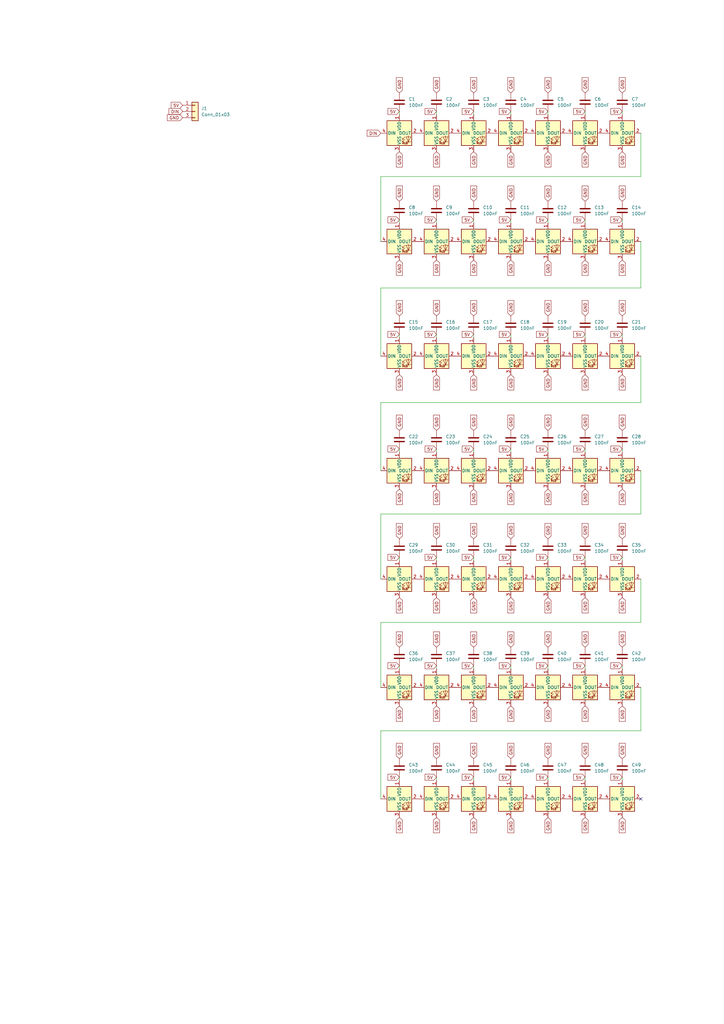
<source format=kicad_sch>
(kicad_sch (version 20230121) (generator eeschema)
  (paper "A3" portrait)
  (lib_symbols
    (symbol "Connector_Generic:Conn_01x03" (pin_names (offset 1.016) hide)
      (property "Reference" "J" (at 0 5.08 0))
      (property "Value" "Conn_01x03" (at 0 -5.08 0))
      (symbol "Conn_01x03_1_1"
        (rectangle (start -1.27 -2.413) (end 0 -2.667) (stroke (width 0.1524)))
        (rectangle (start -1.27 0.127) (end 0 -0.127) (stroke (width 0.1524)))
        (rectangle (start -1.27 2.667) (end 0 2.413) (stroke (width 0.1524)))
        (rectangle (start -1.27 3.81) (end 1.27 -3.81) (stroke (width 0.254)) (fill (type background)))
        (pin passive line (at -5.08 2.54 0) (length 3.81) (name "Pin_1") (number "1"))
        (pin passive line (at -5.08 0 0) (length 3.81) (name "Pin_2") (number "2"))
        (pin passive line (at -5.08 -2.54 0) (length 3.81) (name "Pin_3") (number "3"))
      )
    )
    (symbol "Device:C" (pin_numbers hide) (pin_names (offset 0.254))
      (property "Reference" "C" (at 0.635 2.54 0))
      (property "Value" "C" (at 0.635 -2.54 0))
      (symbol "C_0_1"
        (polyline (pts (xy -2.032 -0.762) (xy 2.032 -0.762)) (stroke (width 0.508)))
        (polyline (pts (xy -2.032 0.762) (xy 2.032 0.762)) (stroke (width 0.508)))
      )
      (symbol "C_1_1"
        (pin passive line (at 0 3.81 270) (length 2.794) (name "~") (number "1"))
        (pin passive line (at 0 -3.81 90) (length 2.794) (name "~") (number "2"))
      )
    )
    (symbol "LED:WS2812B" (pin_names (offset 0.254))
      (property "Reference" "D" (at 5.08 5.715 0))
      (property "Value" "WS2812B" (at 1.27 -5.715 0))
      (symbol "WS2812B_0_0"
        (text "RGB" (at 2.286 -4.191 0) (effects (font (size 0.762 0.762))))
      )
      (symbol "WS2812B_0_1"
        (polyline (pts (xy 1.27 -3.556) (xy 1.778 -3.556)))
        (polyline (pts (xy 1.27 -2.54) (xy 1.778 -2.54)))
        (polyline (pts (xy 4.699 -3.556) (xy 2.667 -3.556)))
        (polyline (pts (xy 2.286 -2.54) (xy 1.27 -3.556) (xy 1.27 -3.048)))
        (polyline (pts (xy 2.286 -1.524) (xy 1.27 -2.54) (xy 1.27 -2.032)))
        (polyline (pts (xy 3.683 -1.016) (xy 3.683 -3.556) (xy 3.683 -4.064)))
        (polyline (pts (xy 4.699 -1.524) (xy 2.667 -1.524) (xy 3.683 -3.556) (xy 4.699 -1.524)))
        (rectangle (start 5.08 5.08) (end -5.08 -5.08) (stroke (width 0.254)) (fill (type background)))
      )
      (symbol "WS2812B_1_1"
        (pin power_in line (at 0 7.62 270) (length 2.54) (name "VDD") (number "1"))
        (pin output line (at 7.62 0 180) (length 2.54) (name "DOUT") (number "2"))
        (pin power_in line (at 0 -7.62 90) (length 2.54) (name "VSS") (number "3"))
        (pin input line (at -7.62 0 0) (length 2.54) (name "DIN") (number "4"))
      )
    )
  )
  (no_connect (at 262.89 327.66))
  (wire (pts (xy 262.89 99.06) (xy 262.89 118.11)))
  (wire (pts (xy 209.55 184.15) (xy 209.55 185.42)))
  (wire (pts (xy 209.55 273.05) (xy 209.55 274.32)))
  (wire (pts (xy 224.79 318.77) (xy 224.79 320.04)))
  (wire (pts (xy 262.89 193.04) (xy 262.89 210.82)))
  (wire (pts (xy 163.83 273.05) (xy 163.83 274.32)))
  (wire (pts (xy 255.27 273.05) (xy 255.27 274.32)))
  (wire (pts (xy 179.07 228.6) (xy 179.07 229.87)))
  (wire (pts (xy 262.89 146.05) (xy 262.89 165.1)))
  (wire (pts (xy 240.03 273.05) (xy 240.03 274.32)))
  (wire (pts (xy 163.83 228.6) (xy 163.83 229.87)))
  (wire (pts (xy 262.89 281.94) (xy 262.89 299.72)))
  (wire (pts (xy 209.55 90.17) (xy 209.55 91.44)))
  (wire (pts (xy 240.03 45.72) (xy 240.03 46.99)))
  (wire (pts (xy 255.27 45.72) (xy 255.27 46.99)))
  (wire (pts (xy 255.27 137.16) (xy 255.27 138.43)))
  (wire (pts (xy 240.03 318.77) (xy 240.03 320.04)))
  (wire (pts (xy 194.31 318.77) (xy 194.31 320.04)))
  (wire (pts (xy 194.31 45.72) (xy 194.31 46.99)))
  (wire (pts (xy 163.83 137.16) (xy 163.83 138.43)))
  (wire (pts (xy 194.31 273.05) (xy 194.31 274.32)))
  (wire (pts (xy 194.31 137.16) (xy 194.31 138.43)))
  (wire (pts (xy 163.83 184.15) (xy 163.83 185.42)))
  (wire (pts (xy 156.21 165.1) (xy 156.21 193.04)))
  (wire (pts (xy 194.31 90.17) (xy 194.31 91.44)))
  (wire (pts (xy 255.27 318.77) (xy 255.27 320.04)))
  (wire (pts (xy 156.21 72.39) (xy 156.21 99.06)))
  (wire (pts (xy 262.89 54.61) (xy 262.89 72.39)))
  (wire (pts (xy 262.89 210.82) (xy 156.21 210.82)))
  (wire (pts (xy 156.21 210.82) (xy 156.21 237.49)))
  (wire (pts (xy 255.27 228.6) (xy 255.27 229.87)))
  (wire (pts (xy 240.03 184.15) (xy 240.03 185.42)))
  (wire (pts (xy 194.31 184.15) (xy 194.31 185.42)))
  (wire (pts (xy 179.07 184.15) (xy 179.07 185.42)))
  (wire (pts (xy 179.07 45.72) (xy 179.07 46.99)))
  (wire (pts (xy 255.27 184.15) (xy 255.27 185.42)))
  (wire (pts (xy 240.03 137.16) (xy 240.03 138.43)))
  (wire (pts (xy 262.89 299.72) (xy 156.21 299.72)))
  (wire (pts (xy 262.89 255.27) (xy 156.21 255.27)))
  (wire (pts (xy 240.03 90.17) (xy 240.03 91.44)))
  (wire (pts (xy 156.21 255.27) (xy 156.21 281.94)))
  (wire (pts (xy 224.79 90.17) (xy 224.79 91.44)))
  (wire (pts (xy 209.55 137.16) (xy 209.55 138.43)))
  (wire (pts (xy 209.55 228.6) (xy 209.55 229.87)))
  (wire (pts (xy 163.83 318.77) (xy 163.83 320.04)))
  (wire (pts (xy 224.79 184.15) (xy 224.79 185.42)))
  (wire (pts (xy 224.79 273.05) (xy 224.79 274.32)))
  (wire (pts (xy 209.55 45.72) (xy 209.55 46.99)))
  (wire (pts (xy 240.03 228.6) (xy 240.03 229.87)))
  (wire (pts (xy 179.07 273.05) (xy 179.07 274.32)))
  (wire (pts (xy 194.31 228.6) (xy 194.31 229.87)))
  (wire (pts (xy 163.83 45.72) (xy 163.83 46.99)))
  (wire (pts (xy 163.83 90.17) (xy 163.83 91.44)))
  (wire (pts (xy 255.27 90.17) (xy 255.27 91.44)))
  (wire (pts (xy 209.55 318.77) (xy 209.55 320.04)))
  (wire (pts (xy 262.89 165.1) (xy 156.21 165.1)))
  (wire (pts (xy 224.79 228.6) (xy 224.79 229.87)))
  (wire (pts (xy 224.79 137.16) (xy 224.79 138.43)))
  (wire (pts (xy 179.07 318.77) (xy 179.07 320.04)))
  (wire (pts (xy 224.79 45.72) (xy 224.79 46.99)))
  (wire (pts (xy 262.89 72.39) (xy 156.21 72.39)))
  (wire (pts (xy 179.07 90.17) (xy 179.07 91.44)))
  (wire (pts (xy 262.89 118.11) (xy 156.21 118.11)))
  (wire (pts (xy 262.89 237.49) (xy 262.89 255.27)))
  (wire (pts (xy 156.21 118.11) (xy 156.21 146.05)))
  (wire (pts (xy 156.21 299.72) (xy 156.21 327.66)))
  (wire (pts (xy 179.07 137.16) (xy 179.07 138.43)))
  (global_label "GND" (shape input) (at 194.31 153.67 270) (property "Intersheetrefs" "${INTERSHEET_REFS}" (effects hide)))
  (global_label "GND" (shape input) (at 240.03 82.55 90) (property "Intersheetrefs" "${INTERSHEET_REFS}" (effects hide)))
  (global_label "5V" (shape input) (at 194.31 137.16 180) (property "Intersheetrefs" "${INTERSHEET_REFS}" (effects hide)))
  (global_label "5V" (shape input) (at 194.31 318.77 180) (property "Intersheetrefs" "${INTERSHEET_REFS}" (effects hide)))
  (global_label "5V" (shape input) (at 255.27 228.6 180) (property "Intersheetrefs" "${INTERSHEET_REFS}" (effects hide)))
  (global_label "GND" (shape input) (at 163.83 220.98 90) (property "Intersheetrefs" "${INTERSHEET_REFS}" (effects hide)))
  (global_label "GND" (shape input) (at 240.03 245.11 270) (property "Intersheetrefs" "${INTERSHEET_REFS}" (effects hide)))
  (global_label "5V" (shape input) (at 255.27 137.16 180) (property "Intersheetrefs" "${INTERSHEET_REFS}" (effects hide)))
  (global_label "5V" (shape input) (at 255.27 318.77 180) (property "Intersheetrefs" "${INTERSHEET_REFS}" (effects hide)))
  (global_label "GND" (shape input) (at 209.55 153.67 270) (property "Intersheetrefs" "${INTERSHEET_REFS}" (effects hide)))
  (global_label "GND" (shape input) (at 240.03 335.28 270) (property "Intersheetrefs" "${INTERSHEET_REFS}" (effects hide)))
  (global_label "GND" (shape input) (at 194.31 289.56 270) (property "Intersheetrefs" "${INTERSHEET_REFS}" (effects hide)))
  (global_label "GND" (shape input) (at 163.83 153.67 270) (property "Intersheetrefs" "${INTERSHEET_REFS}" (effects hide)))
  (global_label "5V" (shape input) (at 240.03 184.15 180) (property "Intersheetrefs" "${INTERSHEET_REFS}" (effects hide)))
  (global_label "GND" (shape input) (at 209.55 82.55 90) (property "Intersheetrefs" "${INTERSHEET_REFS}" (effects hide)))
  (global_label "GND" (shape input) (at 179.07 176.53 90) (property "Intersheetrefs" "${INTERSHEET_REFS}" (effects hide)))
  (global_label "5V" (shape input) (at 194.31 228.6 180) (property "Intersheetrefs" "${INTERSHEET_REFS}" (effects hide)))
  (global_label "GND" (shape input) (at 179.07 245.11 270) (property "Intersheetrefs" "${INTERSHEET_REFS}" (effects hide)))
  (global_label "GND" (shape input) (at 179.07 265.43 90) (property "Intersheetrefs" "${INTERSHEET_REFS}" (effects hide)))
  (global_label "GND" (shape input) (at 224.79 106.68 270) (property "Intersheetrefs" "${INTERSHEET_REFS}" (effects hide)))
  (global_label "GND" (shape input) (at 163.83 335.28 270) (property "Intersheetrefs" "${INTERSHEET_REFS}" (effects hide)))
  (global_label "5V" (shape input) (at 224.79 273.05 180) (property "Intersheetrefs" "${INTERSHEET_REFS}" (effects hide)))
  (global_label "GND" (shape input) (at 224.79 153.67 270) (property "Intersheetrefs" "${INTERSHEET_REFS}" (effects hide)))
  (global_label "5V" (shape input) (at 209.55 137.16 180) (property "Intersheetrefs" "${INTERSHEET_REFS}" (effects hide)))
  (global_label "5V" (shape input) (at 74.93 43.18 180) (property "Intersheetrefs" "${INTERSHEET_REFS}" (effects hide)))
  (global_label "GND" (shape input) (at 179.07 129.54 90) (property "Intersheetrefs" "${INTERSHEET_REFS}" (effects hide)))
  (global_label "GND" (shape input) (at 255.27 106.68 270) (property "Intersheetrefs" "${INTERSHEET_REFS}" (effects hide)))
  (global_label "DIN" (shape input) (at 74.93 45.72 180) (property "Intersheetrefs" "${INTERSHEET_REFS}" (effects hide)))
  (global_label "GND" (shape input) (at 240.03 153.67 270) (property "Intersheetrefs" "${INTERSHEET_REFS}" (effects hide)))
  (global_label "GND" (shape input) (at 224.79 176.53 90) (property "Intersheetrefs" "${INTERSHEET_REFS}" (effects hide)))
  (global_label "GND" (shape input) (at 224.79 38.1 90) (property "Intersheetrefs" "${INTERSHEET_REFS}" (effects hide)))
  (global_label "5V" (shape input) (at 194.31 273.05 180) (property "Intersheetrefs" "${INTERSHEET_REFS}" (effects hide)))
  (global_label "GND" (shape input) (at 194.31 335.28 270) (property "Intersheetrefs" "${INTERSHEET_REFS}" (effects hide)))
  (global_label "GND" (shape input) (at 163.83 311.15 90) (property "Intersheetrefs" "${INTERSHEET_REFS}" (effects hide)))
  (global_label "GND" (shape input) (at 240.03 289.56 270) (property "Intersheetrefs" "${INTERSHEET_REFS}" (effects hide)))
  (global_label "GND" (shape input) (at 224.79 220.98 90) (property "Intersheetrefs" "${INTERSHEET_REFS}" (effects hide)))
  (global_label "GND" (shape input) (at 194.31 38.1 90) (property "Intersheetrefs" "${INTERSHEET_REFS}" (effects hide)))
  (global_label "5V" (shape input) (at 163.83 90.17 180) (property "Intersheetrefs" "${INTERSHEET_REFS}" (effects hide)))
  (global_label "5V" (shape input) (at 163.83 228.6 180) (property "Intersheetrefs" "${INTERSHEET_REFS}" (effects hide)))
  (global_label "5V" (shape input) (at 209.55 273.05 180) (property "Intersheetrefs" "${INTERSHEET_REFS}" (effects hide)))
  (global_label "GND" (shape input) (at 179.07 62.23 270) (property "Intersheetrefs" "${INTERSHEET_REFS}" (effects hide)))
  (global_label "GND" (shape input) (at 240.03 62.23 270) (property "Intersheetrefs" "${INTERSHEET_REFS}" (effects hide)))
  (global_label "GND" (shape input) (at 194.31 311.15 90) (property "Intersheetrefs" "${INTERSHEET_REFS}" (effects hide)))
  (global_label "5V" (shape input) (at 163.83 45.72 180) (property "Intersheetrefs" "${INTERSHEET_REFS}" (effects hide)))
  (global_label "5V" (shape input) (at 179.07 228.6 180) (property "Intersheetrefs" "${INTERSHEET_REFS}" (effects hide)))
  (global_label "5V" (shape input) (at 255.27 184.15 180) (property "Intersheetrefs" "${INTERSHEET_REFS}" (effects hide)))
  (global_label "GND" (shape input) (at 224.79 245.11 270) (property "Intersheetrefs" "${INTERSHEET_REFS}" (effects hide)))
  (global_label "5V" (shape input) (at 255.27 45.72 180) (property "Intersheetrefs" "${INTERSHEET_REFS}" (effects hide)))
  (global_label "5V" (shape input) (at 163.83 273.05 180) (property "Intersheetrefs" "${INTERSHEET_REFS}" (effects hide)))
  (global_label "5V" (shape input) (at 224.79 45.72 180) (property "Intersheetrefs" "${INTERSHEET_REFS}" (effects hide)))
  (global_label "GND" (shape input) (at 255.27 335.28 270) (property "Intersheetrefs" "${INTERSHEET_REFS}" (effects hide)))
  (global_label "5V" (shape input) (at 240.03 273.05 180) (property "Intersheetrefs" "${INTERSHEET_REFS}" (effects hide)))
  (global_label "5V" (shape input) (at 224.79 184.15 180) (property "Intersheetrefs" "${INTERSHEET_REFS}" (effects hide)))
  (global_label "GND" (shape input) (at 255.27 176.53 90) (property "Intersheetrefs" "${INTERSHEET_REFS}" (effects hide)))
  (global_label "GND" (shape input) (at 240.03 129.54 90) (property "Intersheetrefs" "${INTERSHEET_REFS}" (effects hide)))
  (global_label "GND" (shape input) (at 163.83 62.23 270) (property "Intersheetrefs" "${INTERSHEET_REFS}" (effects hide)))
  (global_label "GND" (shape input) (at 255.27 82.55 90) (property "Intersheetrefs" "${INTERSHEET_REFS}" (effects hide)))
  (global_label "GND" (shape input) (at 209.55 335.28 270) (property "Intersheetrefs" "${INTERSHEET_REFS}" (effects hide)))
  (global_label "5V" (shape input) (at 194.31 184.15 180) (property "Intersheetrefs" "${INTERSHEET_REFS}" (effects hide)))
  (global_label "GND" (shape input) (at 194.31 62.23 270) (property "Intersheetrefs" "${INTERSHEET_REFS}" (effects hide)))
  (global_label "5V" (shape input) (at 179.07 273.05 180) (property "Intersheetrefs" "${INTERSHEET_REFS}" (effects hide)))
  (global_label "GND" (shape input) (at 255.27 38.1 90) (property "Intersheetrefs" "${INTERSHEET_REFS}" (effects hide)))
  (global_label "GND" (shape input) (at 255.27 311.15 90) (property "Intersheetrefs" "${INTERSHEET_REFS}" (effects hide)))
  (global_label "5V" (shape input) (at 224.79 137.16 180) (property "Intersheetrefs" "${INTERSHEET_REFS}" (effects hide)))
  (global_label "GND" (shape input) (at 163.83 289.56 270) (property "Intersheetrefs" "${INTERSHEET_REFS}" (effects hide)))
  (global_label "GND" (shape input) (at 194.31 82.55 90) (property "Intersheetrefs" "${INTERSHEET_REFS}" (effects hide)))
  (global_label "GND" (shape input) (at 163.83 200.66 270) (property "Intersheetrefs" "${INTERSHEET_REFS}" (effects hide)))
  (global_label "GND" (shape input) (at 194.31 106.68 270) (property "Intersheetrefs" "${INTERSHEET_REFS}" (effects hide)))
  (global_label "GND" (shape input) (at 224.79 311.15 90) (property "Intersheetrefs" "${INTERSHEET_REFS}" (effects hide)))
  (global_label "GND" (shape input) (at 209.55 220.98 90) (property "Intersheetrefs" "${INTERSHEET_REFS}" (effects hide)))
  (global_label "GND" (shape input) (at 240.03 200.66 270) (property "Intersheetrefs" "${INTERSHEET_REFS}" (effects hide)))
  (global_label "5V" (shape input) (at 209.55 318.77 180) (property "Intersheetrefs" "${INTERSHEET_REFS}" (effects hide)))
  (global_label "GND" (shape input) (at 74.93 48.26 180) (property "Intersheetrefs" "${INTERSHEET_REFS}" (effects hide)))
  (global_label "5V" (shape input) (at 179.07 318.77 180) (property "Intersheetrefs" "${INTERSHEET_REFS}" (effects hide)))
  (global_label "GND" (shape input) (at 179.07 82.55 90) (property "Intersheetrefs" "${INTERSHEET_REFS}" (effects hide)))
  (global_label "5V" (shape input) (at 255.27 273.05 180) (property "Intersheetrefs" "${INTERSHEET_REFS}" (effects hide)))
  (global_label "5V" (shape input) (at 255.27 90.17 180) (property "Intersheetrefs" "${INTERSHEET_REFS}" (effects hide)))
  (global_label "GND" (shape input) (at 179.07 289.56 270) (property "Intersheetrefs" "${INTERSHEET_REFS}" (effects hide)))
  (global_label "GND" (shape input) (at 240.03 265.43 90) (property "Intersheetrefs" "${INTERSHEET_REFS}" (effects hide)))
  (global_label "5V" (shape input) (at 179.07 137.16 180) (property "Intersheetrefs" "${INTERSHEET_REFS}" (effects hide)))
  (global_label "5V" (shape input) (at 240.03 137.16 180) (property "Intersheetrefs" "${INTERSHEET_REFS}" (effects hide)))
  (global_label "GND" (shape input) (at 194.31 265.43 90) (property "Intersheetrefs" "${INTERSHEET_REFS}" (effects hide)))
  (global_label "GND" (shape input) (at 179.07 106.68 270) (property "Intersheetrefs" "${INTERSHEET_REFS}" (effects hide)))
  (global_label "GND" (shape input) (at 194.31 245.11 270) (property "Intersheetrefs" "${INTERSHEET_REFS}" (effects hide)))
  (global_label "GND" (shape input) (at 240.03 176.53 90) (property "Intersheetrefs" "${INTERSHEET_REFS}" (effects hide)))
  (global_label "GND" (shape input) (at 224.79 62.23 270) (property "Intersheetrefs" "${INTERSHEET_REFS}" (effects hide)))
  (global_label "GND" (shape input) (at 209.55 129.54 90) (property "Intersheetrefs" "${INTERSHEET_REFS}" (effects hide)))
  (global_label "GND" (shape input) (at 179.07 220.98 90) (property "Intersheetrefs" "${INTERSHEET_REFS}" (effects hide)))
  (global_label "5V" (shape input) (at 163.83 137.16 180) (property "Intersheetrefs" "${INTERSHEET_REFS}" (effects hide)))
  (global_label "GND" (shape input) (at 255.27 129.54 90) (property "Intersheetrefs" "${INTERSHEET_REFS}" (effects hide)))
  (global_label "GND" (shape input) (at 255.27 153.67 270) (property "Intersheetrefs" "${INTERSHEET_REFS}" (effects hide)))
  (global_label "GND" (shape input) (at 179.07 38.1 90) (property "Intersheetrefs" "${INTERSHEET_REFS}" (effects hide)))
  (global_label "GND" (shape input) (at 255.27 200.66 270) (property "Intersheetrefs" "${INTERSHEET_REFS}" (effects hide)))
  (global_label "GND" (shape input) (at 209.55 265.43 90) (property "Intersheetrefs" "${INTERSHEET_REFS}" (effects hide)))
  (global_label "GND" (shape input) (at 163.83 176.53 90) (property "Intersheetrefs" "${INTERSHEET_REFS}" (effects hide)))
  (global_label "GND" (shape input) (at 209.55 106.68 270) (property "Intersheetrefs" "${INTERSHEET_REFS}" (effects hide)))
  (global_label "GND" (shape input) (at 224.79 335.28 270) (property "Intersheetrefs" "${INTERSHEET_REFS}" (effects hide)))
  (global_label "5V" (shape input) (at 163.83 184.15 180) (property "Intersheetrefs" "${INTERSHEET_REFS}" (effects hide)))
  (global_label "GND" (shape input) (at 224.79 289.56 270) (property "Intersheetrefs" "${INTERSHEET_REFS}" (effects hide)))
  (global_label "GND" (shape input) (at 194.31 129.54 90) (property "Intersheetrefs" "${INTERSHEET_REFS}" (effects hide)))
  (global_label "5V" (shape input) (at 224.79 318.77 180) (property "Intersheetrefs" "${INTERSHEET_REFS}" (effects hide)))
  (global_label "GND" (shape input) (at 255.27 289.56 270) (property "Intersheetrefs" "${INTERSHEET_REFS}" (effects hide)))
  (global_label "5V" (shape input) (at 179.07 45.72 180) (property "Intersheetrefs" "${INTERSHEET_REFS}" (effects hide)))
  (global_label "GND" (shape input) (at 224.79 265.43 90) (property "Intersheetrefs" "${INTERSHEET_REFS}" (effects hide)))
  (global_label "5V" (shape input) (at 224.79 228.6 180) (property "Intersheetrefs" "${INTERSHEET_REFS}" (effects hide)))
  (global_label "5V" (shape input) (at 163.83 318.77 180) (property "Intersheetrefs" "${INTERSHEET_REFS}" (effects hide)))
  (global_label "5V" (shape input) (at 209.55 184.15 180) (property "Intersheetrefs" "${INTERSHEET_REFS}" (effects hide)))
  (global_label "GND" (shape input) (at 255.27 62.23 270) (property "Intersheetrefs" "${INTERSHEET_REFS}" (effects hide)))
  (global_label "5V" (shape input) (at 179.07 90.17 180) (property "Intersheetrefs" "${INTERSHEET_REFS}" (effects hide)))
  (global_label "5V" (shape input) (at 209.55 90.17 180) (property "Intersheetrefs" "${INTERSHEET_REFS}" (effects hide)))
  (global_label "GND" (shape input) (at 224.79 129.54 90) (property "Intersheetrefs" "${INTERSHEET_REFS}" (effects hide)))
  (global_label "GND" (shape input) (at 209.55 289.56 270) (property "Intersheetrefs" "${INTERSHEET_REFS}" (effects hide)))
  (global_label "GND" (shape input) (at 255.27 245.11 270) (property "Intersheetrefs" "${INTERSHEET_REFS}" (effects hide)))
  (global_label "5V" (shape input) (at 179.07 184.15 180) (property "Intersheetrefs" "${INTERSHEET_REFS}" (effects hide)))
  (global_label "GND" (shape input) (at 255.27 265.43 90) (property "Intersheetrefs" "${INTERSHEET_REFS}" (effects hide)))
  (global_label "5V" (shape input) (at 240.03 318.77 180) (property "Intersheetrefs" "${INTERSHEET_REFS}" (effects hide)))
  (global_label "GND" (shape input) (at 163.83 129.54 90) (property "Intersheetrefs" "${INTERSHEET_REFS}" (effects hide)))
  (global_label "GND" (shape input) (at 194.31 176.53 90) (property "Intersheetrefs" "${INTERSHEET_REFS}" (effects hide)))
  (global_label "GND" (shape input) (at 240.03 220.98 90) (property "Intersheetrefs" "${INTERSHEET_REFS}" (effects hide)))
  (global_label "GND" (shape input) (at 179.07 335.28 270) (property "Intersheetrefs" "${INTERSHEET_REFS}" (effects hide)))
  (global_label "5V" (shape input) (at 240.03 228.6 180) (property "Intersheetrefs" "${INTERSHEET_REFS}" (effects hide)))
  (global_label "GND" (shape input) (at 163.83 38.1 90) (property "Intersheetrefs" "${INTERSHEET_REFS}" (effects hide)))
  (global_label "GND" (shape input) (at 255.27 220.98 90) (property "Intersheetrefs" "${INTERSHEET_REFS}" (effects hide)))
  (global_label "5V" (shape input) (at 209.55 45.72 180) (property "Intersheetrefs" "${INTERSHEET_REFS}" (effects hide)))
  (global_label "GND" (shape input) (at 209.55 38.1 90) (property "Intersheetrefs" "${INTERSHEET_REFS}" (effects hide)))
  (global_label "GND" (shape input) (at 179.07 200.66 270) (property "Intersheetrefs" "${INTERSHEET_REFS}" (effects hide)))
  (global_label "GND" (shape input) (at 163.83 106.68 270) (property "Intersheetrefs" "${INTERSHEET_REFS}" (effects hide)))
  (global_label "GND" (shape input) (at 163.83 82.55 90) (property "Intersheetrefs" "${INTERSHEET_REFS}" (effects hide)))
  (global_label "GND" (shape input) (at 224.79 200.66 270) (property "Intersheetrefs" "${INTERSHEET_REFS}" (effects hide)))
  (global_label "5V" (shape input) (at 224.79 90.17 180) (property "Intersheetrefs" "${INTERSHEET_REFS}" (effects hide)))
  (global_label "5V" (shape input) (at 209.55 228.6 180) (property "Intersheetrefs" "${INTERSHEET_REFS}" (effects hide)))
  (global_label "5V" (shape input) (at 194.31 90.17 180) (property "Intersheetrefs" "${INTERSHEET_REFS}" (effects hide)))
  (global_label "GND" (shape input) (at 163.83 265.43 90) (property "Intersheetrefs" "${INTERSHEET_REFS}" (effects hide)))
  (global_label "GND" (shape input) (at 194.31 220.98 90) (property "Intersheetrefs" "${INTERSHEET_REFS}" (effects hide)))
  (global_label "GND" (shape input) (at 224.79 82.55 90) (property "Intersheetrefs" "${INTERSHEET_REFS}" (effects hide)))
  (global_label "GND" (shape input) (at 163.83 245.11 270) (property "Intersheetrefs" "${INTERSHEET_REFS}" (effects hide)))
  (global_label "GND" (shape input) (at 209.55 311.15 90) (property "Intersheetrefs" "${INTERSHEET_REFS}" (effects hide)))
  (global_label "GND" (shape input) (at 240.03 38.1 90) (property "Intersheetrefs" "${INTERSHEET_REFS}" (effects hide)))
  (global_label "GND" (shape input) (at 240.03 311.15 90) (property "Intersheetrefs" "${INTERSHEET_REFS}" (effects hide)))
  (global_label "GND" (shape input) (at 179.07 311.15 90) (property "Intersheetrefs" "${INTERSHEET_REFS}" (effects hide)))
  (global_label "GND" (shape input) (at 179.07 153.67 270) (property "Intersheetrefs" "${INTERSHEET_REFS}" (effects hide)))
  (global_label "GND" (shape input) (at 209.55 200.66 270) (property "Intersheetrefs" "${INTERSHEET_REFS}" (effects hide)))
  (global_label "GND" (shape input) (at 240.03 106.68 270) (property "Intersheetrefs" "${INTERSHEET_REFS}" (effects hide)))
  (global_label "5V" (shape input) (at 194.31 45.72 180) (property "Intersheetrefs" "${INTERSHEET_REFS}" (effects hide)))
  (global_label "DIN" (shape input) (at 156.21 54.61 180) (property "Intersheetrefs" "${INTERSHEET_REFS}" (effects hide)))
  (global_label "5V" (shape input) (at 240.03 90.17 180) (property "Intersheetrefs" "${INTERSHEET_REFS}" (effects hide)))
  (global_label "GND" (shape input) (at 194.31 200.66 270) (property "Intersheetrefs" "${INTERSHEET_REFS}" (effects hide)))
  (global_label "GND" (shape input) (at 209.55 245.11 270) (property "Intersheetrefs" "${INTERSHEET_REFS}" (effects hide)))
  (global_label "GND" (shape input) (at 209.55 176.53 90) (property "Intersheetrefs" "${INTERSHEET_REFS}" (effects hide)))
  (global_label "5V" (shape input) (at 240.03 45.72 180) (property "Intersheetrefs" "${INTERSHEET_REFS}" (effects hide)))
  (global_label "GND" (shape input) (at 209.55 62.23 270) (property "Intersheetrefs" "${INTERSHEET_REFS}" (effects hide)))
  (symbol (lib_id "Device:C") (at 194.31 269.24 0) (unit 1)
    (property "Reference" "C38" (at 198.12 267.97 0) (effects (justify left)))
    (property "Value" "100nF" (at 198.12 270.51 0) (effects (justify left)))
    (property "Footprint" "Capacitor_SMD:C_1206_3216Metric" (effects hide))
  )
  (symbol (lib_id "LED:WS2812B") (at 224.79 146.05 0) (unit 1)
    (property "Reference" "D19" (effects hide))
    (property "Value" "WS2812B" (effects hide))
    (property "Footprint" "LED_SMD:LED_WS2812B_PLCC4_5.0x5.0mm_P3.2mm" (effects hide))
    (property "Datasheet" "https://cdn-shop.adafruit.com/datasheets/WS2812B.pdf" (effects hide))
  )
  (symbol (lib_id "LED:WS2812B") (at 209.55 193.04 0) (unit 1)
    (property "Reference" "D25" (effects hide))
    (property "Value" "WS2812B" (effects hide))
    (property "Footprint" "LED_SMD:LED_WS2812B_PLCC4_5.0x5.0mm_P3.2mm" (effects hide))
    (property "Datasheet" "https://cdn-shop.adafruit.com/datasheets/WS2812B.pdf" (effects hide))
  )
  (symbol (lib_id "Device:C") (at 255.27 41.91 0) (unit 1)
    (property "Reference" "C7" (at 259.08 40.64 0) (effects (justify left)))
    (property "Value" "100nF" (at 259.08 43.18 0) (effects (justify left)))
    (property "Footprint" "Capacitor_SMD:C_1206_3216Metric" (effects hide))
  )
  (symbol (lib_id "LED:WS2812B") (at 209.55 327.66 0) (unit 1)
    (property "Reference" "D46" (effects hide))
    (property "Value" "WS2812B" (effects hide))
    (property "Footprint" "LED_SMD:LED_WS2812B_PLCC4_5.0x5.0mm_P3.2mm" (effects hide))
    (property "Datasheet" "https://cdn-shop.adafruit.com/datasheets/WS2812B.pdf" (effects hide))
  )
  (symbol (lib_id "Device:C") (at 179.07 224.79 0) (unit 1)
    (property "Reference" "C30" (at 182.88 223.52 0) (effects (justify left)))
    (property "Value" "100nF" (at 182.88 226.06 0) (effects (justify left)))
    (property "Footprint" "Capacitor_SMD:C_1206_3216Metric" (effects hide))
  )
  (symbol (lib_id "Device:C") (at 194.31 133.35 0) (unit 1)
    (property "Reference" "C17" (at 198.12 132.08 0) (effects (justify left)))
    (property "Value" "100nF" (at 198.12 134.62 0) (effects (justify left)))
    (property "Footprint" "Capacitor_SMD:C_1206_3216Metric" (effects hide))
  )
  (symbol (lib_id "LED:WS2812B") (at 255.27 193.04 0) (unit 1)
    (property "Reference" "D28" (effects hide))
    (property "Value" "WS2812B" (effects hide))
    (property "Footprint" "LED_SMD:LED_WS2812B_PLCC4_5.0x5.0mm_P3.2mm" (effects hide))
    (property "Datasheet" "https://cdn-shop.adafruit.com/datasheets/WS2812B.pdf" (effects hide))
  )
  (symbol (lib_id "Device:C") (at 209.55 314.96 0) (unit 1)
    (property "Reference" "C46" (at 213.36 313.69 0) (effects (justify left)))
    (property "Value" "100nF" (at 213.36 316.23 0) (effects (justify left)))
    (property "Footprint" "Capacitor_SMD:C_1206_3216Metric" (effects hide))
  )
  (symbol (lib_id "Device:C") (at 179.07 133.35 0) (unit 1)
    (property "Reference" "C16" (at 182.88 132.08 0) (effects (justify left)))
    (property "Value" "100nF" (at 182.88 134.62 0) (effects (justify left)))
    (property "Footprint" "Capacitor_SMD:C_1206_3216Metric" (effects hide))
  )
  (symbol (lib_id "LED:WS2812B") (at 209.55 281.94 0) (unit 1)
    (property "Reference" "D39" (effects hide))
    (property "Value" "WS2812B" (effects hide))
    (property "Footprint" "LED_SMD:LED_WS2812B_PLCC4_5.0x5.0mm_P3.2mm" (effects hide))
    (property "Datasheet" "https://cdn-shop.adafruit.com/datasheets/WS2812B.pdf" (effects hide))
  )
  (symbol (lib_id "Device:C") (at 240.03 224.79 0) (unit 1)
    (property "Reference" "C34" (at 243.84 223.52 0) (effects (justify left)))
    (property "Value" "100nF" (at 243.84 226.06 0) (effects (justify left)))
    (property "Footprint" "Capacitor_SMD:C_1206_3216Metric" (effects hide))
  )
  (symbol (lib_id "Device:C") (at 194.31 314.96 0) (unit 1)
    (property "Reference" "C45" (at 198.12 313.69 0) (effects (justify left)))
    (property "Value" "100nF" (at 198.12 316.23 0) (effects (justify left)))
    (property "Footprint" "Capacitor_SMD:C_1206_3216Metric" (effects hide))
  )
  (symbol (lib_id "LED:WS2812B") (at 163.83 237.49 0) (unit 1)
    (property "Reference" "D29" (effects hide))
    (property "Value" "WS2812B" (effects hide))
    (property "Footprint" "LED_SMD:LED_WS2812B_PLCC4_5.0x5.0mm_P3.2mm" (effects hide))
    (property "Datasheet" "https://cdn-shop.adafruit.com/datasheets/WS2812B.pdf" (effects hide))
  )
  (symbol (lib_id "LED:WS2812B") (at 224.79 54.61 0) (unit 1)
    (property "Reference" "D5" (effects hide))
    (property "Value" "WS2812B" (effects hide))
    (property "Footprint" "LED_SMD:LED_WS2812B_PLCC4_5.0x5.0mm_P3.2mm" (effects hide))
    (property "Datasheet" "https://cdn-shop.adafruit.com/datasheets/WS2812B.pdf" (effects hide))
  )
  (symbol (lib_id "LED:WS2812B") (at 209.55 237.49 0) (unit 1)
    (property "Reference" "D32" (effects hide))
    (property "Value" "WS2812B" (effects hide))
    (property "Footprint" "LED_SMD:LED_WS2812B_PLCC4_5.0x5.0mm_P3.2mm" (effects hide))
    (property "Datasheet" "https://cdn-shop.adafruit.com/datasheets/WS2812B.pdf" (effects hide))
  )
  (symbol (lib_id "Device:C") (at 209.55 133.35 0) (unit 1)
    (property "Reference" "C18" (at 213.36 132.08 0) (effects (justify left)))
    (property "Value" "100nF" (at 213.36 134.62 0) (effects (justify left)))
    (property "Footprint" "Capacitor_SMD:C_1206_3216Metric" (effects hide))
  )
  (symbol (lib_id "Device:C") (at 255.27 314.96 0) (unit 1)
    (property "Reference" "C49" (at 259.08 313.69 0) (effects (justify left)))
    (property "Value" "100nF" (at 259.08 316.23 0) (effects (justify left)))
    (property "Footprint" "Capacitor_SMD:C_1206_3216Metric" (effects hide))
  )
  (symbol (lib_id "LED:WS2812B") (at 179.07 237.49 0) (unit 1)
    (property "Reference" "D30" (effects hide))
    (property "Value" "WS2812B" (effects hide))
    (property "Footprint" "LED_SMD:LED_WS2812B_PLCC4_5.0x5.0mm_P3.2mm" (effects hide))
    (property "Datasheet" "https://cdn-shop.adafruit.com/datasheets/WS2812B.pdf" (effects hide))
  )
  (symbol (lib_id "LED:WS2812B") (at 240.03 327.66 0) (unit 1)
    (property "Reference" "D48" (effects hide))
    (property "Value" "WS2812B" (effects hide))
    (property "Footprint" "LED_SMD:LED_WS2812B_PLCC4_5.0x5.0mm_P3.2mm" (effects hide))
    (property "Datasheet" "https://cdn-shop.adafruit.com/datasheets/WS2812B.pdf" (effects hide))
  )
  (symbol (lib_id "Device:C") (at 209.55 269.24 0) (unit 1)
    (property "Reference" "C39" (at 213.36 267.97 0) (effects (justify left)))
    (property "Value" "100nF" (at 213.36 270.51 0) (effects (justify left)))
    (property "Footprint" "Capacitor_SMD:C_1206_3216Metric" (effects hide))
  )
  (symbol (lib_id "Device:C") (at 224.79 86.36 0) (unit 1)
    (property "Reference" "C12" (at 228.6 85.09 0) (effects (justify left)))
    (property "Value" "100nF" (at 228.6 87.63 0) (effects (justify left)))
    (property "Footprint" "Capacitor_SMD:C_1206_3216Metric" (effects hide))
  )
  (symbol (lib_id "Device:C") (at 163.83 41.91 0) (unit 1)
    (property "Reference" "C1" (at 167.64 40.64 0) (effects (justify left)))
    (property "Value" "100nF" (at 167.64 43.18 0) (effects (justify left)))
    (property "Footprint" "Capacitor_SMD:C_1206_3216Metric" (effects hide))
  )
  (symbol (lib_id "Connector_Generic:Conn_01x03") (at 80.01 45.72 0) (unit 1)
    (property "Reference" "J1" (at 82.55 44.45 0) (effects (justify left)))
    (property "Value" "Conn_01x03" (at 82.55 46.99 0) (effects (justify left)))
    (property "Footprint" "Connector_PinSocket_2.54mm:PinSocket_1x03_P2.54mm_Vertical" (effects hide))
  )
  (symbol (lib_id "Device:C") (at 209.55 41.91 0) (unit 1)
    (property "Reference" "C4" (at 213.36 40.64 0) (effects (justify left)))
    (property "Value" "100nF" (at 213.36 43.18 0) (effects (justify left)))
    (property "Footprint" "Capacitor_SMD:C_1206_3216Metric" (effects hide))
  )
  (symbol (lib_id "LED:WS2812B") (at 255.27 237.49 0) (unit 1)
    (property "Reference" "D35" (effects hide))
    (property "Value" "WS2812B" (effects hide))
    (property "Footprint" "LED_SMD:LED_WS2812B_PLCC4_5.0x5.0mm_P3.2mm" (effects hide))
    (property "Datasheet" "https://cdn-shop.adafruit.com/datasheets/WS2812B.pdf" (effects hide))
  )
  (symbol (lib_id "Device:C") (at 209.55 86.36 0) (unit 1)
    (property "Reference" "C11" (at 213.36 85.09 0) (effects (justify left)))
    (property "Value" "100nF" (at 213.36 87.63 0) (effects (justify left)))
    (property "Footprint" "Capacitor_SMD:C_1206_3216Metric" (effects hide))
  )
  (symbol (lib_id "LED:WS2812B") (at 255.27 54.61 0) (unit 1)
    (property "Reference" "D7" (effects hide))
    (property "Value" "WS2812B" (effects hide))
    (property "Footprint" "LED_SMD:LED_WS2812B_PLCC4_5.0x5.0mm_P3.2mm" (effects hide))
    (property "Datasheet" "https://cdn-shop.adafruit.com/datasheets/WS2812B.pdf" (effects hide))
  )
  (symbol (lib_id "Device:C") (at 240.03 41.91 0) (unit 1)
    (property "Reference" "C6" (at 243.84 40.64 0) (effects (justify left)))
    (property "Value" "100nF" (at 243.84 43.18 0) (effects (justify left)))
    (property "Footprint" "Capacitor_SMD:C_1206_3216Metric" (effects hide))
  )
  (symbol (lib_id "Device:C") (at 179.07 180.34 0) (unit 1)
    (property "Reference" "C23" (at 182.88 179.07 0) (effects (justify left)))
    (property "Value" "100nF" (at 182.88 181.61 0) (effects (justify left)))
    (property "Footprint" "Capacitor_SMD:C_1206_3216Metric" (effects hide))
  )
  (symbol (lib_id "LED:WS2812B") (at 194.31 237.49 0) (unit 1)
    (property "Reference" "D31" (effects hide))
    (property "Value" "WS2812B" (effects hide))
    (property "Footprint" "LED_SMD:LED_WS2812B_PLCC4_5.0x5.0mm_P3.2mm" (effects hide))
    (property "Datasheet" "https://cdn-shop.adafruit.com/datasheets/WS2812B.pdf" (effects hide))
  )
  (symbol (lib_id "LED:WS2812B") (at 179.07 146.05 0) (unit 1)
    (property "Reference" "D16" (effects hide))
    (property "Value" "WS2812B" (effects hide))
    (property "Footprint" "LED_SMD:LED_WS2812B_PLCC4_5.0x5.0mm_P3.2mm" (effects hide))
    (property "Datasheet" "https://cdn-shop.adafruit.com/datasheets/WS2812B.pdf" (effects hide))
  )
  (symbol (lib_id "LED:WS2812B") (at 163.83 54.61 0) (unit 1)
    (property "Reference" "D1" (effects hide))
    (property "Value" "WS2812B" (effects hide))
    (property "Footprint" "LED_SMD:LED_WS2812B_PLCC4_5.0x5.0mm_P3.2mm" (effects hide))
    (property "Datasheet" "https://cdn-shop.adafruit.com/datasheets/WS2812B.pdf" (effects hide))
  )
  (symbol (lib_id "LED:WS2812B") (at 179.07 99.06 0) (unit 1)
    (property "Reference" "D9" (effects hide))
    (property "Value" "WS2812B" (effects hide))
    (property "Footprint" "LED_SMD:LED_WS2812B_PLCC4_5.0x5.0mm_P3.2mm" (effects hide))
    (property "Datasheet" "https://cdn-shop.adafruit.com/datasheets/WS2812B.pdf" (effects hide))
  )
  (symbol (lib_id "Device:C") (at 224.79 269.24 0) (unit 1)
    (property "Reference" "C40" (at 228.6 267.97 0) (effects (justify left)))
    (property "Value" "100nF" (at 228.6 270.51 0) (effects (justify left)))
    (property "Footprint" "Capacitor_SMD:C_1206_3216Metric" (effects hide))
  )
  (symbol (lib_id "Device:C") (at 255.27 86.36 0) (unit 1)
    (property "Reference" "C14" (at 259.08 85.09 0) (effects (justify left)))
    (property "Value" "100nF" (at 259.08 87.63 0) (effects (justify left)))
    (property "Footprint" "Capacitor_SMD:C_1206_3216Metric" (effects hide))
  )
  (symbol (lib_id "Device:C") (at 240.03 133.35 0) (unit 1)
    (property "Reference" "C20" (at 243.84 132.08 0) (effects (justify left)))
    (property "Value" "100nF" (at 243.84 134.62 0) (effects (justify left)))
    (property "Footprint" "Capacitor_SMD:C_1206_3216Metric" (effects hide))
  )
  (symbol (lib_id "LED:WS2812B") (at 163.83 281.94 0) (unit 1)
    (property "Reference" "D36" (effects hide))
    (property "Value" "WS2812B" (effects hide))
    (property "Footprint" "LED_SMD:LED_WS2812B_PLCC4_5.0x5.0mm_P3.2mm" (effects hide))
    (property "Datasheet" "https://cdn-shop.adafruit.com/datasheets/WS2812B.pdf" (effects hide))
  )
  (symbol (lib_id "Device:C") (at 163.83 180.34 0) (unit 1)
    (property "Reference" "C22" (at 167.64 179.07 0) (effects (justify left)))
    (property "Value" "100nF" (at 167.64 181.61 0) (effects (justify left)))
    (property "Footprint" "Capacitor_SMD:C_1206_3216Metric" (effects hide))
  )
  (symbol (lib_id "LED:WS2812B") (at 194.31 281.94 0) (unit 1)
    (property "Reference" "D38" (effects hide))
    (property "Value" "WS2812B" (effects hide))
    (property "Footprint" "LED_SMD:LED_WS2812B_PLCC4_5.0x5.0mm_P3.2mm" (effects hide))
    (property "Datasheet" "https://cdn-shop.adafruit.com/datasheets/WS2812B.pdf" (effects hide))
  )
  (symbol (lib_id "LED:WS2812B") (at 240.03 237.49 0) (unit 1)
    (property "Reference" "D34" (effects hide))
    (property "Value" "WS2812B" (effects hide))
    (property "Footprint" "LED_SMD:LED_WS2812B_PLCC4_5.0x5.0mm_P3.2mm" (effects hide))
    (property "Datasheet" "https://cdn-shop.adafruit.com/datasheets/WS2812B.pdf" (effects hide))
  )
  (symbol (lib_id "Device:C") (at 194.31 41.91 0) (unit 1)
    (property "Reference" "C3" (at 198.12 40.64 0) (effects (justify left)))
    (property "Value" "100nF" (at 198.12 43.18 0) (effects (justify left)))
    (property "Footprint" "Capacitor_SMD:C_1206_3216Metric" (effects hide))
  )
  (symbol (lib_id "Device:C") (at 209.55 224.79 0) (unit 1)
    (property "Reference" "C32" (at 213.36 223.52 0) (effects (justify left)))
    (property "Value" "100nF" (at 213.36 226.06 0) (effects (justify left)))
    (property "Footprint" "Capacitor_SMD:C_1206_3216Metric" (effects hide))
  )
  (symbol (lib_id "Device:C") (at 163.83 269.24 0) (unit 1)
    (property "Reference" "C36" (at 167.64 267.97 0) (effects (justify left)))
    (property "Value" "100nF" (at 167.64 270.51 0) (effects (justify left)))
    (property "Footprint" "Capacitor_SMD:C_1206_3216Metric" (effects hide))
  )
  (symbol (lib_id "LED:WS2812B") (at 224.79 237.49 0) (unit 1)
    (property "Reference" "D33" (effects hide))
    (property "Value" "WS2812B" (effects hide))
    (property "Footprint" "LED_SMD:LED_WS2812B_PLCC4_5.0x5.0mm_P3.2mm" (effects hide))
    (property "Datasheet" "https://cdn-shop.adafruit.com/datasheets/WS2812B.pdf" (effects hide))
  )
  (symbol (lib_id "Device:C") (at 224.79 180.34 0) (unit 1)
    (property "Reference" "C26" (at 228.6 179.07 0) (effects (justify left)))
    (property "Value" "100nF" (at 228.6 181.61 0) (effects (justify left)))
    (property "Footprint" "Capacitor_SMD:C_1206_3216Metric" (effects hide))
  )
  (symbol (lib_id "Device:C") (at 179.07 269.24 0) (unit 1)
    (property "Reference" "C37" (at 182.88 267.97 0) (effects (justify left)))
    (property "Value" "100nF" (at 182.88 270.51 0) (effects (justify left)))
    (property "Footprint" "Capacitor_SMD:C_1206_3216Metric" (effects hide))
  )
  (symbol (lib_id "Device:C") (at 224.79 224.79 0) (unit 1)
    (property "Reference" "C33" (at 228.6 223.52 0) (effects (justify left)))
    (property "Value" "100nF" (at 228.6 226.06 0) (effects (justify left)))
    (property "Footprint" "Capacitor_SMD:C_1206_3216Metric" (effects hide))
  )
  (symbol (lib_id "LED:WS2812B") (at 224.79 327.66 0) (unit 1)
    (property "Reference" "D47" (effects hide))
    (property "Value" "WS2812B" (effects hide))
    (property "Footprint" "LED_SMD:LED_WS2812B_PLCC4_5.0x5.0mm_P3.2mm" (effects hide))
    (property "Datasheet" "https://cdn-shop.adafruit.com/datasheets/WS2812B.pdf" (effects hide))
  )
  (symbol (lib_id "Device:C") (at 194.31 86.36 0) (unit 1)
    (property "Reference" "C10" (at 198.12 85.09 0) (effects (justify left)))
    (property "Value" "100nF" (at 198.12 87.63 0) (effects (justify left)))
    (property "Footprint" "Capacitor_SMD:C_1206_3216Metric" (effects hide))
  )
  (symbol (lib_id "Device:C") (at 255.27 224.79 0) (unit 1)
    (property "Reference" "C35" (at 259.08 223.52 0) (effects (justify left)))
    (property "Value" "100nF" (at 259.08 226.06 0) (effects (justify left)))
    (property "Footprint" "Capacitor_SMD:C_1206_3216Metric" (effects hide))
  )
  (symbol (lib_id "LED:WS2812B") (at 224.79 193.04 0) (unit 1)
    (property "Reference" "D26" (effects hide))
    (property "Value" "WS2812B" (effects hide))
    (property "Footprint" "LED_SMD:LED_WS2812B_PLCC4_5.0x5.0mm_P3.2mm" (effects hide))
    (property "Datasheet" "https://cdn-shop.adafruit.com/datasheets/WS2812B.pdf" (effects hide))
  )
  (symbol (lib_id "Device:C") (at 255.27 133.35 0) (unit 1)
    (property "Reference" "C21" (at 259.08 132.08 0) (effects (justify left)))
    (property "Value" "100nF" (at 259.08 134.62 0) (effects (justify left)))
    (property "Footprint" "Capacitor_SMD:C_1206_3216Metric" (effects hide))
  )
  (symbol (lib_id "Device:C") (at 240.03 180.34 0) (unit 1)
    (property "Reference" "C27" (at 243.84 179.07 0) (effects (justify left)))
    (property "Value" "100nF" (at 243.84 181.61 0) (effects (justify left)))
    (property "Footprint" "Capacitor_SMD:C_1206_3216Metric" (effects hide))
  )
  (symbol (lib_id "Device:C") (at 179.07 86.36 0) (unit 1)
    (property "Reference" "C9" (at 182.88 85.09 0) (effects (justify left)))
    (property "Value" "100nF" (at 182.88 87.63 0) (effects (justify left)))
    (property "Footprint" "Capacitor_SMD:C_1206_3216Metric" (effects hide))
  )
  (symbol (lib_id "Device:C") (at 163.83 224.79 0) (unit 1)
    (property "Reference" "C29" (at 167.64 223.52 0) (effects (justify left)))
    (property "Value" "100nF" (at 167.64 226.06 0) (effects (justify left)))
    (property "Footprint" "Capacitor_SMD:C_1206_3216Metric" (effects hide))
  )
  (symbol (lib_id "LED:WS2812B") (at 209.55 146.05 0) (unit 1)
    (property "Reference" "D18" (effects hide))
    (property "Value" "WS2812B" (effects hide))
    (property "Footprint" "LED_SMD:LED_WS2812B_PLCC4_5.0x5.0mm_P3.2mm" (effects hide))
    (property "Datasheet" "https://cdn-shop.adafruit.com/datasheets/WS2812B.pdf" (effects hide))
  )
  (symbol (lib_id "Device:C") (at 163.83 133.35 0) (unit 1)
    (property "Reference" "C15" (at 167.64 132.08 0) (effects (justify left)))
    (property "Value" "100nF" (at 167.64 134.62 0) (effects (justify left)))
    (property "Footprint" "Capacitor_SMD:C_1206_3216Metric" (effects hide))
  )
  (symbol (lib_id "Device:C") (at 194.31 224.79 0) (unit 1)
    (property "Reference" "C31" (at 198.12 223.52 0) (effects (justify left)))
    (property "Value" "100nF" (at 198.12 226.06 0) (effects (justify left)))
    (property "Footprint" "Capacitor_SMD:C_1206_3216Metric" (effects hide))
  )
  (symbol (lib_id "Device:C") (at 179.07 41.91 0) (unit 1)
    (property "Reference" "C2" (at 182.88 40.64 0) (effects (justify left)))
    (property "Value" "100nF" (at 182.88 43.18 0) (effects (justify left)))
    (property "Footprint" "Capacitor_SMD:C_1206_3216Metric" (effects hide))
  )
  (symbol (lib_id "LED:WS2812B") (at 255.27 281.94 0) (unit 1)
    (property "Reference" "D42" (effects hide))
    (property "Value" "WS2812B" (effects hide))
    (property "Footprint" "LED_SMD:LED_WS2812B_PLCC4_5.0x5.0mm_P3.2mm" (effects hide))
    (property "Datasheet" "https://cdn-shop.adafruit.com/datasheets/WS2812B.pdf" (effects hide))
  )
  (symbol (lib_id "LED:WS2812B") (at 163.83 146.05 0) (unit 1)
    (property "Reference" "D15" (effects hide))
    (property "Value" "WS2812B" (effects hide))
    (property "Footprint" "LED_SMD:LED_WS2812B_PLCC4_5.0x5.0mm_P3.2mm" (effects hide))
    (property "Datasheet" "https://cdn-shop.adafruit.com/datasheets/WS2812B.pdf" (effects hide))
  )
  (symbol (lib_id "LED:WS2812B") (at 255.27 99.06 0) (unit 1)
    (property "Reference" "D14" (effects hide))
    (property "Value" "WS2812B" (effects hide))
    (property "Footprint" "LED_SMD:LED_WS2812B_PLCC4_5.0x5.0mm_P3.2mm" (effects hide))
    (property "Datasheet" "https://cdn-shop.adafruit.com/datasheets/WS2812B.pdf" (effects hide))
  )
  (symbol (lib_id "LED:WS2812B") (at 209.55 99.06 0) (unit 1)
    (property "Reference" "D11" (effects hide))
    (property "Value" "WS2812B" (effects hide))
    (property "Footprint" "LED_SMD:LED_WS2812B_PLCC4_5.0x5.0mm_P3.2mm" (effects hide))
    (property "Datasheet" "https://cdn-shop.adafruit.com/datasheets/WS2812B.pdf" (effects hide))
  )
  (symbol (lib_id "LED:WS2812B") (at 240.03 193.04 0) (unit 1)
    (property "Reference" "D27" (effects hide))
    (property "Value" "WS2812B" (effects hide))
    (property "Footprint" "LED_SMD:LED_WS2812B_PLCC4_5.0x5.0mm_P3.2mm" (effects hide))
    (property "Datasheet" "https://cdn-shop.adafruit.com/datasheets/WS2812B.pdf" (effects hide))
  )
  (symbol (lib_id "Device:C") (at 179.07 314.96 0) (unit 1)
    (property "Reference" "C44" (at 182.88 313.69 0) (effects (justify left)))
    (property "Value" "100nF" (at 182.88 316.23 0) (effects (justify left)))
    (property "Footprint" "Capacitor_SMD:C_1206_3216Metric" (effects hide))
  )
  (symbol (lib_id "LED:WS2812B") (at 179.07 327.66 0) (unit 1)
    (property "Reference" "D44" (effects hide))
    (property "Value" "WS2812B" (effects hide))
    (property "Footprint" "LED_SMD:LED_WS2812B_PLCC4_5.0x5.0mm_P3.2mm" (effects hide))
    (property "Datasheet" "https://cdn-shop.adafruit.com/datasheets/WS2812B.pdf" (effects hide))
  )
  (symbol (lib_id "LED:WS2812B") (at 224.79 281.94 0) (unit 1)
    (property "Reference" "D40" (effects hide))
    (property "Value" "WS2812B" (effects hide))
    (property "Footprint" "LED_SMD:LED_WS2812B_PLCC4_5.0x5.0mm_P3.2mm" (effects hide))
    (property "Datasheet" "https://cdn-shop.adafruit.com/datasheets/WS2812B.pdf" (effects hide))
  )
  (symbol (lib_id "LED:WS2812B") (at 194.31 54.61 0) (unit 1)
    (property "Reference" "D3" (effects hide))
    (property "Value" "WS2812B" (effects hide))
    (property "Footprint" "LED_SMD:LED_WS2812B_PLCC4_5.0x5.0mm_P3.2mm" (effects hide))
    (property "Datasheet" "https://cdn-shop.adafruit.com/datasheets/WS2812B.pdf" (effects hide))
  )
  (symbol (lib_id "Device:C") (at 240.03 269.24 0) (unit 1)
    (property "Reference" "C41" (at 243.84 267.97 0) (effects (justify left)))
    (property "Value" "100nF" (at 243.84 270.51 0) (effects (justify left)))
    (property "Footprint" "Capacitor_SMD:C_1206_3216Metric" (effects hide))
  )
  (symbol (lib_id "LED:WS2812B") (at 255.27 327.66 0) (unit 1)
    (property "Reference" "D49" (effects hide))
    (property "Value" "WS2812B" (effects hide))
    (property "Footprint" "LED_SMD:LED_WS2812B_PLCC4_5.0x5.0mm_P3.2mm" (effects hide))
    (property "Datasheet" "https://cdn-shop.adafruit.com/datasheets/WS2812B.pdf" (effects hide))
  )
  (symbol (lib_id "Device:C") (at 240.03 86.36 0) (unit 1)
    (property "Reference" "C13" (at 243.84 85.09 0) (effects (justify left)))
    (property "Value" "100nF" (at 243.84 87.63 0) (effects (justify left)))
    (property "Footprint" "Capacitor_SMD:C_1206_3216Metric" (effects hide))
  )
  (symbol (lib_id "Device:C") (at 240.03 314.96 0) (unit 1)
    (property "Reference" "C48" (at 243.84 313.69 0) (effects (justify left)))
    (property "Value" "100nF" (at 243.84 316.23 0) (effects (justify left)))
    (property "Footprint" "Capacitor_SMD:C_1206_3216Metric" (effects hide))
  )
  (symbol (lib_id "LED:WS2812B") (at 224.79 99.06 0) (unit 1)
    (property "Reference" "D12" (effects hide))
    (property "Value" "WS2812B" (effects hide))
    (property "Footprint" "LED_SMD:LED_WS2812B_PLCC4_5.0x5.0mm_P3.2mm" (effects hide))
    (property "Datasheet" "https://cdn-shop.adafruit.com/datasheets/WS2812B.pdf" (effects hide))
  )
  (symbol (lib_id "Device:C") (at 163.83 314.96 0) (unit 1)
    (property "Reference" "C43" (at 167.64 313.69 0) (effects (justify left)))
    (property "Value" "100nF" (at 167.64 316.23 0) (effects (justify left)))
    (property "Footprint" "Capacitor_SMD:C_1206_3216Metric" (effects hide))
  )
  (symbol (lib_id "Device:C") (at 209.55 180.34 0) (unit 1)
    (property "Reference" "C25" (at 213.36 179.07 0) (effects (justify left)))
    (property "Value" "100nF" (at 213.36 181.61 0) (effects (justify left)))
    (property "Footprint" "Capacitor_SMD:C_1206_3216Metric" (effects hide))
  )
  (symbol (lib_id "LED:WS2812B") (at 240.03 146.05 0) (unit 1)
    (property "Reference" "D20" (effects hide))
    (property "Value" "WS2812B" (effects hide))
    (property "Footprint" "LED_SMD:LED_WS2812B_PLCC4_5.0x5.0mm_P3.2mm" (effects hide))
    (property "Datasheet" "https://cdn-shop.adafruit.com/datasheets/WS2812B.pdf" (effects hide))
  )
  (symbol (lib_id "LED:WS2812B") (at 240.03 54.61 0) (unit 1)
    (property "Reference" "D6" (effects hide))
    (property "Value" "WS2812B" (effects hide))
    (property "Footprint" "LED_SMD:LED_WS2812B_PLCC4_5.0x5.0mm_P3.2mm" (effects hide))
    (property "Datasheet" "https://cdn-shop.adafruit.com/datasheets/WS2812B.pdf" (effects hide))
  )
  (symbol (lib_id "LED:WS2812B") (at 163.83 327.66 0) (unit 1)
    (property "Reference" "D43" (effects hide))
    (property "Value" "WS2812B" (effects hide))
    (property "Footprint" "LED_SMD:LED_WS2812B_PLCC4_5.0x5.0mm_P3.2mm" (effects hide))
    (property "Datasheet" "https://cdn-shop.adafruit.com/datasheets/WS2812B.pdf" (effects hide))
  )
  (symbol (lib_id "Device:C") (at 194.31 180.34 0) (unit 1)
    (property "Reference" "C24" (at 198.12 179.07 0) (effects (justify left)))
    (property "Value" "100nF" (at 198.12 181.61 0) (effects (justify left)))
    (property "Footprint" "Capacitor_SMD:C_1206_3216Metric" (effects hide))
  )
  (symbol (lib_id "Device:C") (at 224.79 41.91 0) (unit 1)
    (property "Reference" "C5" (at 228.6 40.64 0) (effects (justify left)))
    (property "Value" "100nF" (at 228.6 43.18 0) (effects (justify left)))
    (property "Footprint" "Capacitor_SMD:C_1206_3216Metric" (effects hide))
  )
  (symbol (lib_id "Device:C") (at 224.79 314.96 0) (unit 1)
    (property "Reference" "C47" (at 228.6 313.69 0) (effects (justify left)))
    (property "Value" "100nF" (at 228.6 316.23 0) (effects (justify left)))
    (property "Footprint" "Capacitor_SMD:C_1206_3216Metric" (effects hide))
  )
  (symbol (lib_id "LED:WS2812B") (at 194.31 146.05 0) (unit 1)
    (property "Reference" "D17" (effects hide))
    (property "Value" "WS2812B" (effects hide))
    (property "Footprint" "LED_SMD:LED_WS2812B_PLCC4_5.0x5.0mm_P3.2mm" (effects hide))
    (property "Datasheet" "https://cdn-shop.adafruit.com/datasheets/WS2812B.pdf" (effects hide))
  )
  (symbol (lib_id "LED:WS2812B") (at 163.83 193.04 0) (unit 1)
    (property "Reference" "D22" (effects hide))
    (property "Value" "WS2812B" (effects hide))
    (property "Footprint" "LED_SMD:LED_WS2812B_PLCC4_5.0x5.0mm_P3.2mm" (effects hide))
    (property "Datasheet" "https://cdn-shop.adafruit.com/datasheets/WS2812B.pdf" (effects hide))
  )
  (symbol (lib_id "LED:WS2812B") (at 194.31 193.04 0) (unit 1)
    (property "Reference" "D24" (effects hide))
    (property "Value" "WS2812B" (effects hide))
    (property "Footprint" "LED_SMD:LED_WS2812B_PLCC4_5.0x5.0mm_P3.2mm" (effects hide))
    (property "Datasheet" "https://cdn-shop.adafruit.com/datasheets/WS2812B.pdf" (effects hide))
  )
  (symbol (lib_id "LED:WS2812B") (at 194.31 99.06 0) (unit 1)
    (property "Reference" "D10" (effects hide))
    (property "Value" "WS2812B" (effects hide))
    (property "Footprint" "LED_SMD:LED_WS2812B_PLCC4_5.0x5.0mm_P3.2mm" (effects hide))
    (property "Datasheet" "https://cdn-shop.adafruit.com/datasheets/WS2812B.pdf" (effects hide))
  )
  (symbol (lib_id "Device:C") (at 163.83 86.36 0) (unit 1)
    (property "Reference" "C8" (at 167.64 85.09 0) (effects (justify left)))
    (property "Value" "100nF" (at 167.64 87.63 0) (effects (justify left)))
    (property "Footprint" "Capacitor_SMD:C_1206_3216Metric" (effects hide))
  )
  (symbol (lib_id "LED:WS2812B") (at 255.27 146.05 0) (unit 1)
    (property "Reference" "D21" (effects hide))
    (property "Value" "WS2812B" (effects hide))
    (property "Footprint" "LED_SMD:LED_WS2812B_PLCC4_5.0x5.0mm_P3.2mm" (effects hide))
    (property "Datasheet" "https://cdn-shop.adafruit.com/datasheets/WS2812B.pdf" (effects hide))
  )
  (symbol (lib_id "Device:C") (at 255.27 180.34 0) (unit 1)
    (property "Reference" "C28" (at 259.08 179.07 0) (effects (justify left)))
    (property "Value" "100nF" (at 259.08 181.61 0) (effects (justify left)))
    (property "Footprint" "Capacitor_SMD:C_1206_3216Metric" (effects hide))
  )
  (symbol (lib_id "LED:WS2812B") (at 179.07 281.94 0) (unit 1)
    (property "Reference" "D37" (effects hide))
    (property "Value" "WS2812B" (effects hide))
    (property "Footprint" "LED_SMD:LED_WS2812B_PLCC4_5.0x5.0mm_P3.2mm" (effects hide))
    (property "Datasheet" "https://cdn-shop.adafruit.com/datasheets/WS2812B.pdf" (effects hide))
  )
  (symbol (lib_id "LED:WS2812B") (at 240.03 99.06 0) (unit 1)
    (property "Reference" "D13" (effects hide))
    (property "Value" "WS2812B" (effects hide))
    (property "Footprint" "LED_SMD:LED_WS2812B_PLCC4_5.0x5.0mm_P3.2mm" (effects hide))
    (property "Datasheet" "https://cdn-shop.adafruit.com/datasheets/WS2812B.pdf" (effects hide))
  )
  (symbol (lib_id "LED:WS2812B") (at 240.03 281.94 0) (unit 1)
    (property "Reference" "D41" (effects hide))
    (property "Value" "WS2812B" (effects hide))
    (property "Footprint" "LED_SMD:LED_WS2812B_PLCC4_5.0x5.0mm_P3.2mm" (effects hide))
    (property "Datasheet" "https://cdn-shop.adafruit.com/datasheets/WS2812B.pdf" (effects hide))
  )
  (symbol (lib_id "LED:WS2812B") (at 179.07 193.04 0) (unit 1)
    (property "Reference" "D23" (effects hide))
    (property "Value" "WS2812B" (effects hide))
    (property "Footprint" "LED_SMD:LED_WS2812B_PLCC4_5.0x5.0mm_P3.2mm" (effects hide))
    (property "Datasheet" "https://cdn-shop.adafruit.com/datasheets/WS2812B.pdf" (effects hide))
  )
  (symbol (lib_id "LED:WS2812B") (at 194.31 327.66 0) (unit 1)
    (property "Reference" "D45" (effects hide))
    (property "Value" "WS2812B" (effects hide))
    (property "Footprint" "LED_SMD:LED_WS2812B_PLCC4_5.0x5.0mm_P3.2mm" (effects hide))
    (property "Datasheet" "https://cdn-shop.adafruit.com/datasheets/WS2812B.pdf" (effects hide))
  )
  (symbol (lib_id "LED:WS2812B") (at 179.07 54.61 0) (unit 1)
    (property "Reference" "D2" (effects hide))
    (property "Value" "WS2812B" (effects hide))
    (property "Footprint" "LED_SMD:LED_WS2812B_PLCC4_5.0x5.0mm_P3.2mm" (effects hide))
    (property "Datasheet" "https://cdn-shop.adafruit.com/datasheets/WS2812B.pdf" (effects hide))
  )
  (symbol (lib_id "LED:WS2812B") (at 209.55 54.61 0) (unit 1)
    (property "Reference" "D4" (effects hide))
    (property "Value" "WS2812B" (effects hide))
    (property "Footprint" "LED_SMD:LED_WS2812B_PLCC4_5.0x5.0mm_P3.2mm" (effects hide))
    (property "Datasheet" "https://cdn-shop.adafruit.com/datasheets/WS2812B.pdf" (effects hide))
  )
  (symbol (lib_id "Device:C") (at 224.79 133.35 0) (unit 1)
    (property "Reference" "C19" (at 228.6 132.08 0) (effects (justify left)))
    (property "Value" "100nF" (at 228.6 134.62 0) (effects (justify left)))
    (property "Footprint" "Capacitor_SMD:C_1206_3216Metric" (effects hide))
  )
  (symbol (lib_id "LED:WS2812B") (at 163.83 99.06 0) (unit 1)
    (property "Reference" "D8" (effects hide))
    (property "Value" "WS2812B" (effects hide))
    (property "Footprint" "LED_SMD:LED_WS2812B_PLCC4_5.0x5.0mm_P3.2mm" (effects hide))
    (property "Datasheet" "https://cdn-shop.adafruit.com/datasheets/WS2812B.pdf" (effects hide))
  )
  (symbol (lib_id "Device:C") (at 255.27 269.24 0) (unit 1)
    (property "Reference" "C42" (at 259.08 267.97 0) (effects (justify left)))
    (property "Value" "100nF" (at 259.08 270.51 0) (effects (justify left)))
    (property "Footprint" "Capacitor_SMD:C_1206_3216Metric" (effects hide))
  )
)
</source>
